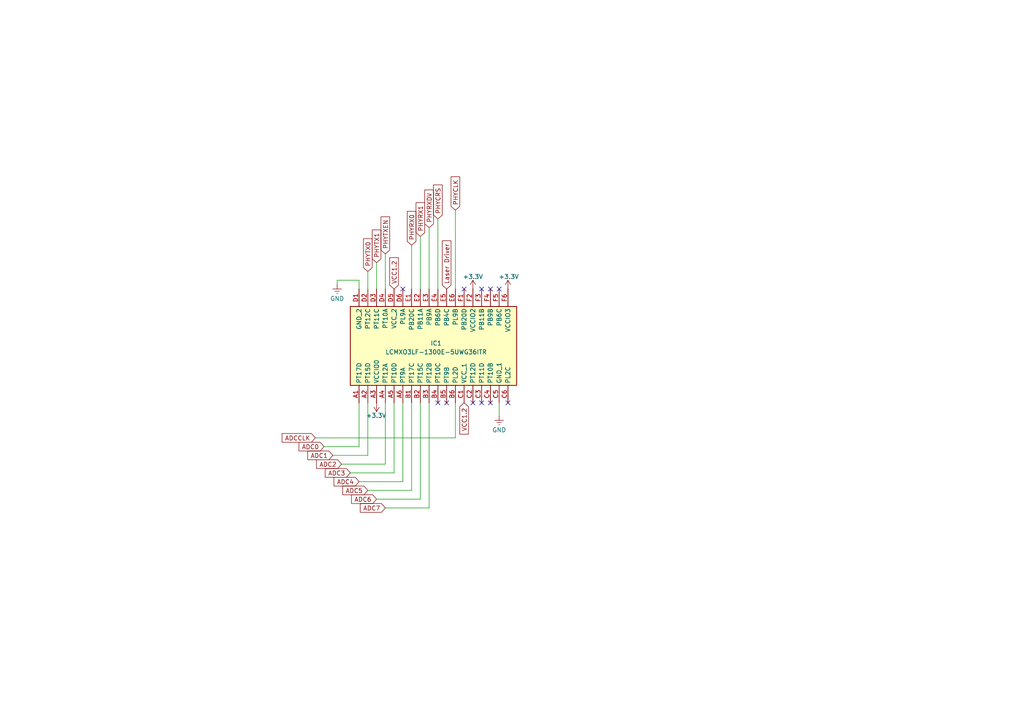
<source format=kicad_sch>
(kicad_sch (version 20231120) (generator "eeschema") (generator_version "8.0")
  (paper "A4")
  (title_block (title "Free Space Optical 100BASE-TX Ethernet Transceiver Circuit") (date "2025-02-06") (rev "1") (company "Trystan Skye"))
  (lib_symbols
    (symbol "LCMXO3LF-1300E-5UWG36ITR:LCMXO3LF-1300E-5UWG36ITR"
      (property "Reference" "IC" (at 29.21 7.62 0))
      (property "Value" "LCMXO3LF-1300E-5UWG36ITR" (at 29.21 5.08 0))
      (symbol "LCMXO3LF-1300E-5UWG36ITR_1_1"
        (rectangle (start 5.08 2.54) (end 27.94 -45.72) (stroke (width 0.254)) (fill (type background)))
        (pin passive line (at 0 0 0) (length 5.08) (name "PT17D") (number "A1"))
        (pin passive line (at 0 -2.54 0) (length 5.08) (name "PT15D") (number "A2"))
        (pin passive line (at 0 -5.08 0) (length 5.08) (name "VCCIO0") (number "A3"))
        (pin passive line (at 0 -7.62 0) (length 5.08) (name "PT12A") (number "A4"))
        (pin passive line (at 0 -10.16 0) (length 5.08) (name "PT10D") (number "A5"))
        (pin passive line (at 0 -12.7 0) (length 5.08) (name "PT9A") (number "A6"))
        (pin passive line (at 0 -15.24 0) (length 5.08) (name "PT17C") (number "B1"))
        (pin passive line (at 0 -17.78 0) (length 5.08) (name "PT15C") (number "B2"))
        (pin passive line (at 0 -20.32 0) (length 5.08) (name "PT12B") (number "B3"))
        (pin passive line (at 0 -22.86 0) (length 5.08) (name "PT10C") (number "B4"))
        (pin passive line (at 0 -25.4 0) (length 5.08) (name "PT9B") (number "B5"))
        (pin passive line (at 0 -27.94 0) (length 5.08) (name "PL2D") (number "B6"))
        (pin passive line (at 0 -30.48 0) (length 5.08) (name "VCC_1") (number "C1"))
        (pin passive line (at 0 -33.02 0) (length 5.08) (name "PT12D") (number "C2"))
        (pin passive line (at 0 -35.56 0) (length 5.08) (name "PT11D") (number "C3"))
        (pin passive line (at 0 -38.1 0) (length 5.08) (name "PT10B") (number "C4"))
        (pin passive line (at 0 -40.64 0) (length 5.08) (name "GND_1") (number "C5"))
        (pin passive line (at 0 -43.18 0) (length 5.08) (name "PL2C") (number "C6"))
        (pin passive line (at 33.02 0 180) (length 5.08) (name "GND_2") (number "D1"))
        (pin passive line (at 33.02 -2.54 180) (length 5.08) (name "PT12C") (number "D2"))
        (pin passive line (at 33.02 -5.08 180) (length 5.08) (name "PT11C") (number "D3"))
        (pin passive line (at 33.02 -7.62 180) (length 5.08) (name "PT10A") (number "D4"))
        (pin passive line (at 33.02 -10.16 180) (length 5.08) (name "VCC_2") (number "D5"))
        (pin passive line (at 33.02 -12.7 180) (length 5.08) (name "PL9A") (number "D6"))
        (pin passive line (at 33.02 -15.24 180) (length 5.08) (name "PB20C") (number "E1"))
        (pin passive line (at 33.02 -17.78 180) (length 5.08) (name "PB11A") (number "E2"))
        (pin passive line (at 33.02 -20.32 180) (length 5.08) (name "PB9A") (number "E3"))
        (pin passive line (at 33.02 -22.86 180) (length 5.08) (name "PB6D") (number "E4"))
        (pin passive line (at 33.02 -25.4 180) (length 5.08) (name "PB4C") (number "E5"))
        (pin passive line (at 33.02 -27.94 180) (length 5.08) (name "PL9B") (number "E6"))
        (pin passive line (at 33.02 -30.48 180) (length 5.08) (name "PB20D") (number "F1"))
        (pin passive line (at 33.02 -33.02 180) (length 5.08) (name "VCCIO2") (number "F2"))
        (pin passive line (at 33.02 -35.56 180) (length 5.08) (name "PB11B") (number "F3"))
        (pin passive line (at 33.02 -38.1 180) (length 5.08) (name "PB9B") (number "F4"))
        (pin passive line (at 33.02 -40.64 180) (length 5.08) (name "PB6C") (number "F5"))
        (pin passive line (at 33.02 -43.18 180) (length 5.08) (name "VCCIO3") (number "F6"))
      )
    )
    (symbol "power:+3.3V" (power) (pin_numbers hide) (pin_names (offset 0) hide)
      (property "Value" "+3.3V" (at 0 3.556 0))
      (symbol "+3.3V_0_1"
        (polyline (pts (xy -0.762 1.27) (xy 0 2.54)))
        (polyline (pts (xy 0 0) (xy 0 2.54)))
        (polyline (pts (xy 0 2.54) (xy 0.762 1.27)))
      )
      (symbol "+3.3V_1_1"
        (pin power_in line (at 0 0 90) (length 0) (name "~") (number "1"))
      )
    )
    (symbol "power:Earth" (power) (pin_numbers hide) (pin_names (offset 0) hide)
      (property "Value" "Earth" (at 0 -3.81 0))
      (symbol "Earth_0_1"
        (polyline (pts (xy -0.635 -1.905) (xy 0.635 -1.905)))
        (polyline (pts (xy -0.127 -2.54) (xy 0.127 -2.54)))
        (polyline (pts (xy 0 -1.27) (xy 0 0)))
        (polyline (pts (xy 1.27 -1.27) (xy -1.27 -1.27)))
      )
      (symbol "Earth_1_1"
        (pin power_in line (at 0 0 270) (length 0) (name "~") (number "1"))
      )
    )
  )
  (no_connect (at 139.7 116.84))
  (no_connect (at 116.84 83.82))
  (no_connect (at 147.32 116.84))
  (no_connect (at 134.62 83.82))
  (no_connect (at 142.24 83.82))
  (no_connect (at 139.7 83.82))
  (no_connect (at 129.54 116.84))
  (no_connect (at 137.16 116.84))
  (no_connect (at 142.24 116.84))
  (no_connect (at 127 116.84))
  (no_connect (at 144.78 83.82))
  (wire (pts (xy 144.78 120.65) (xy 144.78 116.84)))
  (wire (pts (xy 104.14 129.54) (xy 104.14 116.84)))
  (wire (pts (xy 119.38 71.12) (xy 119.38 83.82)))
  (wire (pts (xy 111.76 134.62) (xy 111.76 116.84)))
  (wire (pts (xy 97.79 81.28) (xy 97.79 82.55)))
  (wire (pts (xy 111.76 73.66) (xy 111.76 83.82)))
  (wire (pts (xy 114.3 137.16) (xy 114.3 116.84)))
  (wire (pts (xy 111.76 147.32) (xy 124.46 147.32)))
  (wire (pts (xy 127 63.5) (xy 127 83.82)))
  (wire (pts (xy 109.22 144.78) (xy 121.92 144.78)))
  (wire (pts (xy 132.08 127) (xy 132.08 116.84)))
  (wire (pts (xy 116.84 139.7) (xy 116.84 116.84)))
  (wire (pts (xy 106.68 78.74) (xy 106.68 83.82)))
  (wire (pts (xy 93.98 129.54) (xy 104.14 129.54)))
  (wire (pts (xy 121.92 144.78) (xy 121.92 116.84)))
  (wire (pts (xy 119.38 142.24) (xy 119.38 116.84)))
  (wire (pts (xy 104.14 81.28) (xy 104.14 83.82)))
  (wire (pts (xy 109.22 76.2) (xy 109.22 83.82)))
  (wire (pts (xy 96.52 132.08) (xy 106.68 132.08)))
  (wire (pts (xy 124.46 147.32) (xy 124.46 116.84)))
  (wire (pts (xy 99.06 134.62) (xy 111.76 134.62)))
  (wire (pts (xy 101.6 137.16) (xy 114.3 137.16)))
  (wire (pts (xy 91.44 127) (xy 132.08 127)))
  (wire (pts (xy 104.14 139.7) (xy 116.84 139.7)))
  (wire (pts (xy 121.92 68.58) (xy 121.92 83.82)))
  (wire (pts (xy 104.14 81.28) (xy 97.79 81.28)))
  (wire (pts (xy 106.68 142.24) (xy 119.38 142.24)))
  (wire (pts (xy 124.46 66.04) (xy 124.46 83.82)))
  (wire (pts (xy 106.68 132.08) (xy 106.68 116.84)))
  (wire (pts (xy 132.08 60.96) (xy 132.08 83.82)))
  (global_label "PHYTX1" (shape input) (at 109.22 76.2 90) (property "Intersheetrefs" "${INTERSHEET_REFS}" (effects (hide yes))))
  (global_label "ADC2" (shape input) (at 99.06 134.62 180) (property "Intersheetrefs" "${INTERSHEET_REFS}" (effects (hide yes))))
  (global_label "PHYTXEN" (shape input) (at 111.76 73.66 90) (property "Intersheetrefs" "${INTERSHEET_REFS}" (effects (hide yes))))
  (global_label "PHYRX1" (shape input) (at 121.92 68.58 90) (property "Intersheetrefs" "${INTERSHEET_REFS}" (effects (hide yes))))
  (global_label "ADC7" (shape input) (at 111.76 147.32 180) (property "Intersheetrefs" "${INTERSHEET_REFS}" (effects (hide yes))))
  (global_label "VCC1.2" (shape input) (at 134.62 116.84 270) (property "Intersheetrefs" "${INTERSHEET_REFS}" (effects (hide yes))))
  (global_label "ADC0" (shape input) (at 93.98 129.54 180) (property "Intersheetrefs" "${INTERSHEET_REFS}" (effects (hide yes))))
  (global_label "ADC6" (shape input) (at 109.22 144.78 180) (property "Intersheetrefs" "${INTERSHEET_REFS}" (effects (hide yes))))
  (global_label "VCC1.2" (shape input) (at 114.3 83.82 90) (property "Intersheetrefs" "${INTERSHEET_REFS}" (effects (hide yes))))
  (global_label "ADC3" (shape input) (at 101.6 137.16 180) (property "Intersheetrefs" "${INTERSHEET_REFS}" (effects (hide yes))))
  (global_label "PHYRXDV" (shape input) (at 124.46 66.04 90) (property "Intersheetrefs" "${INTERSHEET_REFS}" (effects (hide yes))))
  (global_label "PHYRX0" (shape input) (at 119.38 71.12 90) (property "Intersheetrefs" "${INTERSHEET_REFS}" (effects (hide yes))))
  (global_label "PHYCLK" (shape input) (at 132.08 60.96 90) (property "Intersheetrefs" "${INTERSHEET_REFS}" (effects (hide yes))))
  (global_label "PHYCRS" (shape input) (at 127 63.5 90) (property "Intersheetrefs" "${INTERSHEET_REFS}" (effects (hide yes))))
  (global_label "ADCCLK" (shape input) (at 91.44 127 180) (property "Intersheetrefs" "${INTERSHEET_REFS}" (effects (hide yes))))
  (global_label "ADC1" (shape input) (at 96.52 132.08 180) (property "Intersheetrefs" "${INTERSHEET_REFS}" (effects (hide yes))))
  (global_label "ADC4" (shape input) (at 104.14 139.7 180) (property "Intersheetrefs" "${INTERSHEET_REFS}" (effects (hide yes))))
  (global_label "ADC5" (shape input) (at 106.68 142.24 180) (property "Intersheetrefs" "${INTERSHEET_REFS}" (effects (hide yes))))
  (global_label "Laser Driver" (shape input) (at 129.54 83.82 90) (property "Intersheetrefs" "${INTERSHEET_REFS}" (effects (hide yes))))
  (global_label "PHYTX0" (shape input) (at 106.68 78.74 90) (property "Intersheetrefs" "${INTERSHEET_REFS}" (effects (hide yes))))
  (symbol (lib_id "power:Earth") (at 144.78 120.65 0) (unit 1)
    (property "Reference" "#PWR027" (effects (hide yes)))
    (property "Value" "GND" (at 144.78 124.714 0))
    (property "Description" "Power symbol creates a global label with name \"Earth\"" (effects (hide yes)))
  )
  (symbol (lib_id "power:+3.3V") (at 147.32 83.82 0) (mirror y) (unit 1)
    (property "Reference" "#PWR036" (effects (hide yes)))
    (property "Value" "+3.3V" (at 147.574 80.264 0))
    (property "Description" "Power symbol creates a global label with name \"+3.3V\"" (effects (hide yes)))
  )
  (symbol (lib_id "power:+3.3V") (at 109.22 116.84 0) (mirror x) (unit 1)
    (property "Reference" "#PWR034" (effects (hide yes)))
    (property "Value" "+3.3V" (at 109.093 120.523 0))
    (property "Description" "Power symbol creates a global label with name \"+3.3V\"" (effects (hide yes)))
  )
  (symbol (lib_id "power:+3.3V") (at 137.16 83.82 0) (mirror y) (unit 1)
    (property "Reference" "#PWR035" (effects (hide yes)))
    (property "Value" "+3.3V" (at 137.16 80.264 0))
    (property "Description" "Power symbol creates a global label with name \"+3.3V\"" (effects (hide yes)))
  )
  (symbol (lib_id "power:Earth") (at 97.79 82.55 0) (unit 1)
    (property "Reference" "#PWR029" (effects (hide yes)))
    (property "Value" "GND" (at 97.79 86.614 0))
    (property "Description" "Power symbol creates a global label with name \"Earth\"" (effects (hide yes)))
  )
  (symbol (lib_id "LCMXO3LF-1300E-5UWG36ITR:LCMXO3LF-1300E-5UWG36ITR") (at 104.14 116.84 90) (unit 1)
    (property "Reference" "IC1" (at 126.492 99.568 90))
    (property "Value" "LCMXO3LF-1300E-5UWG36ITR" (at 126.492 102.108 90))
    (property "Footprint" "BGA36C40P6X6_254X249X58" (effects (hide yes)))
    (property "Datasheet" "https://www.arrow.com/en/products/lcmxo3lf-1300e-5uwg36itr/lattice-semiconductor" (effects (hide yes)))
    (property "Description" "FPGA MACHXO3 Family 1300 Cells 40nm Technology 1.2V Automotive 36-Pin WLCSP T/R" (effects (hide yes)))
    (property "Height" "0.576" (effects (hide yes)))
    (property "Mouser Part Number" "842-LF1300E5UWG36ITR" (effects (hide yes)))
    (property "Mouser Price/Stock" "https://www.mouser.co.uk/ProductDetail/Lattice/LCMXO3LF-1300E-5UWG36ITR?qs=SElPoaY2y5LLFQrBVyl3wQ%3D%3D" (effects (hide yes)))
    (property "Manufacturer_Name" "Lattice Semiconductor" (effects (hide yes)))
    (property "Manufacturer_Part_Number" "LCMXO3LF-1300E-5UWG36ITR" (effects (hide yes)))
  )
  (sheet (at 316.23 -2.54) (size 289.56 213.36) (stroke (width 0.1524))
    (property "Sheetname" "laser-driver" (at 316.23 -3.2516 0) (effects (justify left bottom)))
    (property "Sheetfile" "laser-driver.kicad_sch" (at 316.23 211.4046 0) (effects (justify left top)))
  )
  (sheet (at 316.23 228.6) (size 289.56 193.04) (stroke (width 0.1524))
    (property "Sheetname" "phy-interface" (at 316.23 227.8884 0) (effects (justify left bottom)))
    (property "Sheetfile" "phy-interface.kicad_sch" (at 316.23 422.2246 0) (effects (justify left top)))
  )
  (sheet (at 2.54 449.58) (size 297.18 189.23) (stroke (width 0.1524))
    (property "Sheetname" "power" (at 2.54 448.8684 0) (effects (justify left bottom)))
    (property "Sheetfile" "power.kicad_sch" (at 2.54 639.3946 0) (effects (justify left top)))
  )
  (sheet (at 1.27 226.06) (size 295.91 198.12) (stroke (width 0.1524))
    (property "Sheetname" "photodiode-array" (at 1.27 225.3484 0) (effects (justify left bottom)))
    (property "Sheetfile" "photodiode-array.kicad_sch" (at 1.27 424.7646 0) (effects (justify left top)))
  )
)
</source>
